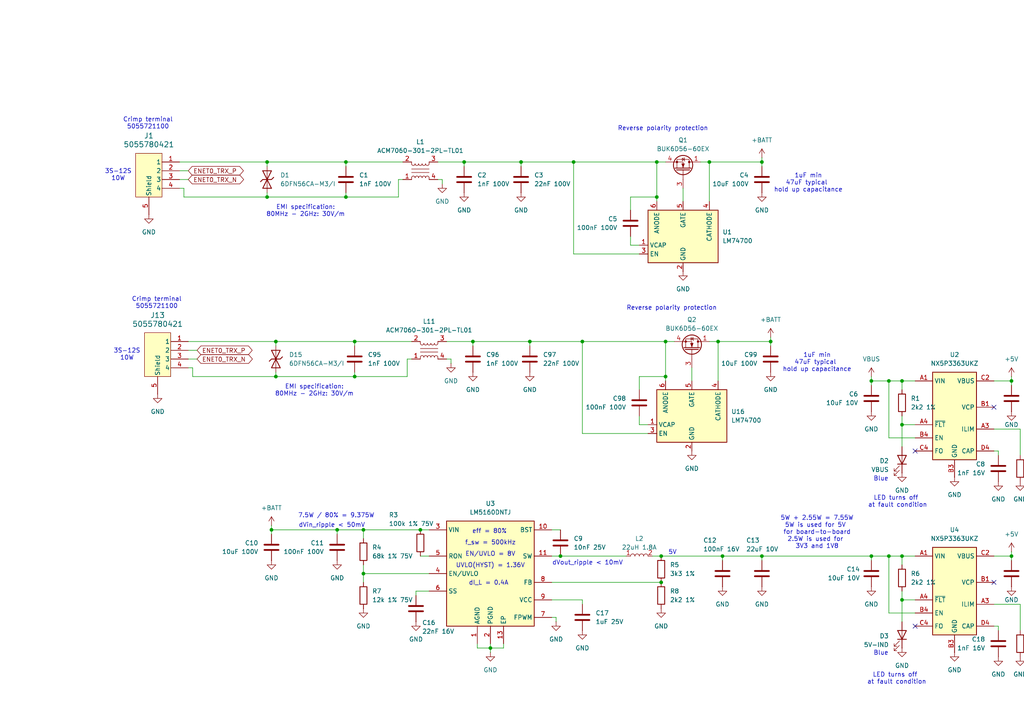
<source format=kicad_sch>
(kicad_sch (version 20250114) (generator "eeschema") (generator_version "9.0")
  (paper "A4")
  (title_block (title "MR-T1-EAP Adapter") (date "2025-08-28") (rev "X0") (company "NXP SEMICONDUCTORS B.V.") (comment 1 "Ethernet Adjacent Power Adapter") (comment 3 "DESIGNER: Iain Galloway") (comment 4 "CTO SYSTEM INNOVATIONS / MOBILE ROBOTICS DOMAIN"))
  (text "Blue" (at 255.524 138.938 0) (effects (font (size 1.27 1.27))))
  (text "Crimp terminal\n5055721100" (at 45.466 87.884 0) (effects (font (size 1.27 1.27))))
  (text "Reverse polarity protection" (at 194.818 89.408 0) (effects (font (size 1.27 1.27))))
  (text "200mA max" (at 249.174 230.378 0) (effects (font (size 1.27 1.27))))
  (text "dI_L = 0.4A" (at 141.732 169.164 0) (effects (font (size 1.27 1.27))))
  (text "0.36W" (at 250.698 228.092 0) (effects (font (size 1.27 1.27))))
  (text "500mA max" (at 178.562 230.886 0) (effects (font (size 1.27 1.27))))
  (text "3S-12S\n10W" (at 36.83 102.87 0) (effects (font (size 1.27 1.27))))
  (text "7.5W / 80% = 9.375W" (at 97.536 149.606 0) (effects (font (size 1.27 1.27))))
  (text "Blue" (at 261.112 250.698 0) (effects (font (size 1.27 1.27))))
  (text "eff = 90%" (at 127 237.998 0) (effects (font (size 1.27 1.27))))
  (text "EN/UVLO = 8V" (at 142.24 160.782 0) (effects (font (size 1.27 1.27))))
  (text "eff = 55%" (at 230.124 234.696 0) (effects (font (size 1.27 1.27))))
  (text "EMI specification:\n80MHz - 2GHz: 30V/m" (at 91.186 113.284 0) (effects (font (size 1.27 1.27))))
  (text "5V" (at 195.072 160.274 0) (effects (font (size 1.27 1.27))))
  (text "5W + 2.55W = 7.55W\n5W is used for 5V \nfor board-to-board\n2.5W is used for \n3V3 and 1V8" (at 236.982 154.432 0) (effects (font (size 1.27 1.27))))
  (text "Blue" (at 255.524 189.484 0) (effects (font (size 1.27 1.27))))
  (text "dVout_ripple < 10mV" (at 148.59 230.886 0) (effects (font (size 1.27 1.27))))
  (text "LED turns off \nat fault condition" (at 260.35 145.542 0) (effects (font (size 1.27 1.27))))
  (text "eff = 80%" (at 141.986 154.178 0) (effects (font (size 1.27 1.27))))
  (text "ILIM(typ) = 1640mA = 8.3W\nILIM(min) = 1505mA = 7.5W" (at 313.69 181.356 0) (effects (font (size 1.27 1.27))))
  (text "2.3W / 90% = 2.55W" (at 105.918 228.6 0) (effects (font (size 1.27 1.27))))
  (text "Crimp terminal\n5055721100" (at 42.926 35.814 0) (effects (font (size 1.27 1.27))))
  (text "dVout_ripple < 10mV" (at 170.434 163.322 0) (effects (font (size 1.27 1.27))))
  (text "UVLO(HYST) = 1.36V" (at 142.24 164.084 0) (effects (font (size 1.27 1.27))))
  (text "1uF min\n47uF typical \nhold up capacitance" (at 234.442 53.086 0) (effects (font (size 1.27 1.27))))
  (text "1.65W + 0.65W = 2.3W" (at 184.404 228.6 0) (effects (font (size 1.27 1.27))))
  (text "ILIM is set higher \nthan 1.5A to prevent \nshutdown at current \nspikes" (at 310.388 155.194 0) (effects (font (size 1.27 1.27))))
  (text "Blue" (at 193.802 250.444 0) (effects (font (size 1.27 1.27))))
  (text "3S-12S\n10W" (at 34.29 50.8 0) (effects (font (size 1.27 1.27))))
  (text "1uF min\n47uF typical \nhold up capacitance" (at 236.982 105.156 0) (effects (font (size 1.27 1.27))))
  (text "dVin_ripple < 50mV" (at 96.266 152.4 0) (effects (font (size 1.27 1.27))))
  (text "EMI specification:\n80MHz - 2GHz: 30V/m" (at 88.646 61.214 0) (effects (font (size 1.27 1.27))))
  (text "Reverse polarity protection" (at 192.278 37.338 0) (effects (font (size 1.27 1.27))))
  (text "0.65W" (at 217.678 230.124 0) (effects (font (size 1.27 1.27))))
  (text "LED turns off \nat fault condition" (at 260.096 196.85 0) (effects (font (size 1.27 1.27))))
  (text "ILIM(typ) = 1640mA = 8.3W\nILIM(min) = 1505mA = 7.5W" (at 313.69 130.556 0) (effects (font (size 1.27 1.27))))
  (text "f_sw = 500kHz" (at 142.24 157.48 0) (effects (font (size 1.27 1.27))))
  (text "dVin_ripple < 10mV" (at 105.918 230.886 0) (effects (font (size 1.27 1.27))))
  (junction (at 139.7 242.57))
  (junction (at 153.67 232.41))
  (junction (at 139.7 232.41))
  (junction (at 80.01 109.22))
  (junction (at 171.45 232.41))
  (junction (at 78.74 232.41))
  (junction (at 78.74 153.67))
  (junction (at 191.77 161.29))
  (junction (at 142.24 187.96))
  (junction (at 257.81 161.29))
  (junction (at 105.41 153.67))
  (junction (at 261.62 110.49))
  (junction (at 261.62 173.99))
  (junction (at 191.77 168.91))
  (junction (at 190.5 57.15))
  (junction (at 80.01 99.06))
  (junction (at 257.81 110.49))
  (junction (at 121.92 153.67))
  (junction (at 168.91 99.06))
  (junction (at 220.98 161.29))
  (junction (at 153.67 99.06))
  (junction (at 293.37 110.49))
  (junction (at 223.52 99.06))
  (junction (at 293.37 161.29))
  (junction (at 193.04 99.06))
  (junction (at 111.76 232.41))
  (junction (at 261.62 161.29))
  (junction (at 229.87 243.84))
  (junction (at 102.87 109.22))
  (junction (at 134.62 46.99))
  (junction (at 100.33 46.99))
  (junction (at 218.44 232.41))
  (junction (at 77.47 46.99))
  (junction (at 193.04 109.22))
  (junction (at 220.98 46.99))
  (junction (at 137.16 99.06))
  (junction (at 139.7 252.73))
  (junction (at 162.56 161.29))
  (junction (at 252.73 161.29))
  (junction (at 151.13 46.99))
  (junction (at 95.25 232.41))
  (junction (at 213.36 232.41))
  (junction (at 261.62 123.19))
  (junction (at 102.87 99.06))
  (junction (at 100.33 57.15))
  (junction (at 241.3 232.41))
  (junction (at 105.41 166.37))
  (junction (at 209.55 161.29))
  (junction (at 77.47 57.15))
  (junction (at 252.73 110.49))
  (junction (at 208.28 99.06))
  (junction (at 166.37 46.99))
  (junction (at 205.74 46.99))
  (junction (at 190.5 46.99))
  (junction (at 97.79 153.67))
  (no_connect (at 288.29 118.11))
  (no_connect (at 116.84 252.73))
  (no_connect (at 265.43 130.81))
  (no_connect (at 265.43 181.61))
  (no_connect (at 288.29 168.91))
  (wire (pts (xy 160.02 168.91) (xy 191.77 168.91)))
  (wire (pts (xy 205.74 46.99) (xy 203.2 46.99)))
  (wire (pts (xy 213.36 233.68) (xy 213.36 232.41)))
  (wire (pts (xy 209.55 162.56) (xy 209.55 161.29)))
  (wire (pts (xy 293.37 110.49) (xy 293.37 111.76)))
  (wire (pts (xy 168.91 175.26) (xy 168.91 173.99)))
  (wire (pts (xy 257.81 127) (xy 257.81 110.49)))
  (wire (pts (xy 78.74 231.14) (xy 78.74 232.41)))
  (wire (pts (xy 220.98 161.29) (xy 220.98 162.56)))
  (wire (pts (xy 190.5 57.15) (xy 190.5 58.42)))
  (wire (pts (xy 139.7 233.68) (xy 139.7 232.41)))
  (wire (pts (xy 95.25 232.41) (xy 111.76 232.41)))
  (wire (pts (xy 200.66 106.68) (xy 200.66 110.49)))
  (wire (pts (xy 193.04 99.06) (xy 193.04 109.22)))
  (wire (pts (xy 95.25 232.41) (xy 95.25 233.68)))
  (wire (pts (xy 252.73 109.22) (xy 252.73 110.49)))
  (wire (pts (xy 142.24 187.96) (xy 146.05 187.96)))
  (wire (pts (xy 185.42 113.03) (xy 185.42 109.22)))
  (wire (pts (xy 257.81 161.29) (xy 261.62 161.29)))
  (wire (pts (xy 187.96 233.68) (xy 187.96 232.41)))
  (wire (pts (xy 139.7 252.73) (xy 139.7 254)))
  (wire (pts (xy 80.01 99.06) (xy 80.01 100.33)))
  (wire (pts (xy 229.87 243.84) (xy 234.95 243.84)))
  (wire (pts (xy 220.98 45.72) (xy 220.98 46.99)))
  (wire (pts (xy 295.91 132.08) (xy 295.91 124.46)))
  (wire (pts (xy 166.37 46.99) (xy 190.5 46.99)))
  (wire (pts (xy 261.62 123.19) (xy 265.43 123.19)))
  (wire (pts (xy 100.33 46.99) (xy 100.33 48.26)))
  (wire (pts (xy 127 46.99) (xy 134.62 46.99)))
  (wire (pts (xy 102.87 99.06) (xy 102.87 100.33)))
  (wire (pts (xy 162.56 161.29) (xy 181.61 161.29)))
  (wire (pts (xy 265.43 177.8) (xy 257.81 177.8)))
  (wire (pts (xy 111.76 232.41) (xy 111.76 233.68)))
  (wire (pts (xy 78.74 152.4) (xy 78.74 153.67)))
  (wire (pts (xy 100.33 46.99) (xy 116.84 46.99)))
  (wire (pts (xy 130.81 104.14) (xy 129.54 104.14)))
  (wire (pts (xy 295.91 182.88) (xy 295.91 175.26)))
  (wire (pts (xy 137.16 252.73) (xy 139.7 252.73)))
  (wire (pts (xy 261.62 113.03) (xy 261.62 110.49)))
  (wire (pts (xy 151.13 48.26) (xy 151.13 46.99)))
  (wire (pts (xy 142.24 187.96) (xy 142.24 189.23)))
  (wire (pts (xy 293.37 161.29) (xy 293.37 162.56)))
  (wire (pts (xy 219.71 237.49) (xy 218.44 237.49)))
  (wire (pts (xy 77.47 46.99) (xy 77.47 48.26)))
  (wire (pts (xy 134.62 46.99) (xy 134.62 48.26)))
  (wire (pts (xy 100.33 57.15) (xy 115.57 57.15)))
  (wire (pts (xy 129.54 99.06) (xy 137.16 99.06)))
  (wire (pts (xy 223.52 100.33) (xy 223.52 99.06)))
  (wire (pts (xy 121.92 153.67) (xy 124.46 153.67)))
  (wire (pts (xy 191.77 161.29) (xy 209.55 161.29)))
  (wire (pts (xy 182.88 60.96) (xy 182.88 57.15)))
  (wire (pts (xy 138.43 187.96) (xy 142.24 187.96)))
  (wire (pts (xy 134.62 46.99) (xy 151.13 46.99)))
  (wire (pts (xy 168.91 173.99) (xy 160.02 173.99)))
  (wire (pts (xy 190.5 46.99) (xy 190.5 57.15)))
  (wire (pts (xy 205.74 58.42) (xy 205.74 46.99)))
  (wire (pts (xy 80.01 107.95) (xy 80.01 109.22)))
  (wire (pts (xy 121.92 161.29) (xy 124.46 161.29)))
  (wire (pts (xy 146.05 186.69) (xy 146.05 187.96)))
  (wire (pts (xy 257.81 177.8) (xy 257.81 161.29)))
  (wire (pts (xy 252.73 161.29) (xy 252.73 162.56)))
  (wire (pts (xy 234.95 243.84) (xy 234.95 242.57)))
  (wire (pts (xy 137.16 242.57) (xy 139.7 242.57)))
  (wire (pts (xy 293.37 160.02) (xy 293.37 161.29)))
  (wire (pts (xy 77.47 46.99) (xy 100.33 46.99)))
  (wire (pts (xy 102.87 107.95) (xy 102.87 109.22)))
  (wire (pts (xy 261.62 123.19) (xy 261.62 129.54)))
  (wire (pts (xy 261.62 171.45) (xy 261.62 173.99)))
  (wire (pts (xy 80.01 109.22) (xy 102.87 109.22)))
  (wire (pts (xy 208.28 99.06) (xy 223.52 99.06)))
  (wire (pts (xy 223.52 97.79) (xy 223.52 99.06)))
  (wire (pts (xy 160.02 161.29) (xy 162.56 161.29)))
  (wire (pts (xy 252.73 110.49) (xy 257.81 110.49)))
  (wire (pts (xy 111.76 241.3) (xy 111.76 242.57)))
  (wire (pts (xy 105.41 156.21) (xy 105.41 153.67)))
  (wire (pts (xy 53.34 54.61) (xy 52.07 54.61)))
  (wire (pts (xy 115.57 52.07) (xy 116.84 52.07)))
  (wire (pts (xy 187.96 232.41) (xy 171.45 232.41)))
  (wire (pts (xy 77.47 55.88) (xy 77.47 57.15)))
  (wire (pts (xy 161.29 179.07) (xy 160.02 179.07)))
  (wire (pts (xy 137.16 99.06) (xy 153.67 99.06)))
  (wire (pts (xy 220.98 161.29) (xy 252.73 161.29)))
  (wire (pts (xy 208.28 99.06) (xy 205.74 99.06)))
  (wire (pts (xy 288.29 161.29) (xy 293.37 161.29)))
  (wire (pts (xy 153.67 232.41) (xy 171.45 232.41)))
  (wire (pts (xy 78.74 232.41) (xy 95.25 232.41)))
  (wire (pts (xy 105.41 166.37) (xy 105.41 168.91)))
  (wire (pts (xy 213.36 231.14) (xy 213.36 232.41)))
  (wire (pts (xy 102.87 109.22) (xy 118.11 109.22)))
  (wire (pts (xy 289.56 182.88) (xy 289.56 181.61)))
  (wire (pts (xy 182.88 71.12) (xy 182.88 68.58)))
  (wire (pts (xy 57.15 104.14) (xy 54.61 104.14)))
  (wire (pts (xy 198.12 54.61) (xy 198.12 58.42)))
  (wire (pts (xy 295.91 175.26) (xy 288.29 175.26)))
  (wire (pts (xy 54.61 49.53) (xy 52.07 49.53)))
  (wire (pts (xy 289.56 181.61) (xy 288.29 181.61)))
  (wire (pts (xy 78.74 153.67) (xy 97.79 153.67)))
  (wire (pts (xy 261.62 173.99) (xy 265.43 173.99)))
  (wire (pts (xy 187.96 125.73) (xy 168.91 125.73)))
  (wire (pts (xy 111.76 232.41) (xy 116.84 232.41)))
  (wire (pts (xy 241.3 231.14) (xy 241.3 232.41)))
  (wire (pts (xy 166.37 73.66) (xy 166.37 46.99)))
  (wire (pts (xy 137.16 99.06) (xy 137.16 100.33)))
  (wire (pts (xy 218.44 232.41) (xy 219.71 232.41)))
  (wire (pts (xy 55.88 106.68) (xy 55.88 109.22)))
  (wire (pts (xy 139.7 232.41) (xy 137.16 232.41)))
  (wire (pts (xy 116.84 242.57) (xy 111.76 242.57)))
  (wire (pts (xy 241.3 232.41) (xy 255.27 232.41)))
  (wire (pts (xy 257.81 110.49) (xy 261.62 110.49)))
  (wire (pts (xy 240.03 232.41) (xy 241.3 232.41)))
  (wire (pts (xy 261.62 161.29) (xy 265.43 161.29)))
  (wire (pts (xy 80.01 99.06) (xy 102.87 99.06)))
  (wire (pts (xy 128.27 52.07) (xy 127 52.07)))
  (wire (pts (xy 142.24 186.69) (xy 142.24 187.96)))
  (wire (pts (xy 115.57 52.07) (xy 115.57 57.15)))
  (wire (pts (xy 185.42 73.66) (xy 166.37 73.66)))
  (wire (pts (xy 255.27 232.41) (xy 255.27 233.68)))
  (wire (pts (xy 195.58 99.06) (xy 193.04 99.06)))
  (wire (pts (xy 57.15 101.6) (xy 54.61 101.6)))
  (wire (pts (xy 102.87 99.06) (xy 119.38 99.06)))
  (wire (pts (xy 171.45 232.41) (xy 171.45 233.68)))
  (wire (pts (xy 220.98 48.26) (xy 220.98 46.99)))
  (wire (pts (xy 77.47 57.15) (xy 100.33 57.15)))
  (wire (pts (xy 193.04 109.22) (xy 193.04 110.49)))
  (wire (pts (xy 213.36 232.41) (xy 218.44 232.41)))
  (wire (pts (xy 252.73 110.49) (xy 252.73 111.76)))
  (wire (pts (xy 118.11 104.14) (xy 119.38 104.14)))
  (wire (pts (xy 205.74 46.99) (xy 220.98 46.99)))
  (wire (pts (xy 151.13 46.99) (xy 166.37 46.99)))
  (wire (pts (xy 171.45 231.14) (xy 171.45 232.41)))
  (wire (pts (xy 160.02 153.67) (xy 162.56 153.67)))
  (wire (pts (xy 78.74 153.67) (xy 78.74 154.94)))
  (wire (pts (xy 139.7 252.73) (xy 139.7 251.46)))
  (wire (pts (xy 120.65 171.45) (xy 124.46 171.45)))
  (wire (pts (xy 105.41 166.37) (xy 105.41 163.83)))
  (wire (pts (xy 208.28 110.49) (xy 208.28 99.06)))
  (wire (pts (xy 138.43 187.96) (xy 138.43 186.69)))
  (wire (pts (xy 130.81 105.41) (xy 130.81 104.14)))
  (wire (pts (xy 189.23 161.29) (xy 191.77 161.29)))
  (wire (pts (xy 241.3 232.41) (xy 241.3 233.68)))
  (wire (pts (xy 185.42 123.19) (xy 185.42 120.65)))
  (wire (pts (xy 218.44 237.49) (xy 218.44 232.41)))
  (wire (pts (xy 55.88 106.68) (xy 54.61 106.68)))
  (wire (pts (xy 265.43 127) (xy 257.81 127)))
  (wire (pts (xy 289.56 132.08) (xy 289.56 130.81)))
  (wire (pts (xy 54.61 52.07) (xy 52.07 52.07)))
  (wire (pts (xy 53.34 57.15) (xy 77.47 57.15)))
  (wire (pts (xy 193.04 46.99) (xy 190.5 46.99)))
  (wire (pts (xy 161.29 180.34) (xy 161.29 179.07)))
  (wire (pts (xy 105.41 166.37) (xy 124.46 166.37)))
  (wire (pts (xy 105.41 153.67) (xy 121.92 153.67)))
  (wire (pts (xy 209.55 161.29) (xy 220.98 161.29)))
  (wire (pts (xy 289.56 130.81) (xy 288.29 130.81)))
  (wire (pts (xy 168.91 125.73) (xy 168.91 99.06)))
  (wire (pts (xy 229.87 243.84) (xy 229.87 245.11)))
  (wire (pts (xy 261.62 163.83) (xy 261.62 161.29)))
  (wire (pts (xy 139.7 232.41) (xy 153.67 232.41)))
  (wire (pts (xy 261.62 173.99) (xy 261.62 180.34)))
  (wire (pts (xy 185.42 109.22) (xy 193.04 109.22)))
  (wire (pts (xy 128.27 53.34) (xy 128.27 52.07)))
  (wire (pts (xy 139.7 243.84) (xy 139.7 242.57)))
  (wire (pts (xy 295.91 124.46) (xy 288.29 124.46)))
  (wire (pts (xy 252.73 161.29) (xy 257.81 161.29)))
  (wire (pts (xy 229.87 242.57) (xy 229.87 243.84)))
  (wire (pts (xy 261.62 110.49) (xy 265.43 110.49)))
  (wire (pts (xy 153.67 99.06) (xy 168.91 99.06)))
  (wire (pts (xy 55.88 109.22) (xy 80.01 109.22)))
  (wire (pts (xy 52.07 46.99) (xy 77.47 46.99)))
  (wire (pts (xy 118.11 104.14) (xy 118.11 109.22)))
  (wire (pts (xy 53.34 54.61) (xy 53.34 57.15)))
  (wire (pts (xy 100.33 55.88) (xy 100.33 57.15)))
  (wire (pts (xy 97.79 153.67) (xy 97.79 154.94)))
  (wire (pts (xy 168.91 99.06) (xy 193.04 99.06)))
  (wire (pts (xy 261.62 120.65) (xy 261.62 123.19)))
  (wire (pts (xy 120.65 172.72) (xy 120.65 171.45)))
  (wire (pts (xy 288.29 110.49) (xy 293.37 110.49)))
  (wire (pts (xy 187.96 123.19) (xy 185.42 123.19)))
  (wire (pts (xy 182.88 57.15) (xy 190.5 57.15)))
  (wire (pts (xy 153.67 100.33) (xy 153.67 99.06)))
  (wire (pts (xy 97.79 153.67) (xy 105.41 153.67)))
  (wire (pts (xy 54.61 99.06) (xy 80.01 99.06)))
  (wire (pts (xy 78.74 233.68) (xy 78.74 232.41)))
  (wire (pts (xy 185.42 71.12) (xy 182.88 71.12)))
  (wire (pts (xy 293.37 109.22) (xy 293.37 110.49)))
  (wire (pts (xy 153.67 232.41) (xy 153.67 233.68)))
  (wire (pts (xy 139.7 242.57) (xy 139.7 241.3)))
  (global_label "ENET0_TRX_P" (shape bidirectional) (at 57.15 101.6 0) (property "Intersheetrefs" "${INTERSHEET_REFS}" (at 73.7044 101.6 0) (effects (justify left))))
  (global_label "ENET0_TRX_N" (shape bidirectional) (at 54.61 52.07 0) (property "Intersheetrefs" "${INTERSHEET_REFS}" (at 71.2249 52.07 0) (effects (justify left))))
  (global_label "ENET0_TRX_P" (shape bidirectional) (at 54.61 49.53 0) (property "Intersheetrefs" "${INTERSHEET_REFS}" (at 71.1644 49.53 0) (effects (justify left))))
  (global_label "ENET0_TRX_N" (shape bidirectional) (at 57.15 104.14 0) (property "Intersheetrefs" "${INTERSHEET_REFS}" (at 73.7649 104.14 0) (effects (justify left))))
  (symbol (lib_id "power:GND") (at 220.98 55.88 0) (unit 1)
    (property "Reference" "#PWR05" (effects (hide yes)))
    (property "Value" "GND" (at 220.98 60.96 0))
    (property "Description" "Power symbol creates a global label with name \"GND\" , ground" (effects (hide yes)))
  )
  (symbol (lib_id "Device:LED") (at 187.96 245.11 90) (unit 1)
    (property "Reference" "D4" (at 191.77 245.4274 90) (effects (justify right)))
    (property "Value" "3V3-IND" (at 191.77 247.9674 90) (effects (justify right)))
    (property "Footprint" "LED_SMD:LED_0402_1005Metric" (effects (hide yes)))
    (property "Description" "Light emitting diode" (effects (hide yes)))
    (property "MF" "Kingbright" (effects (hide yes)))
    (property "MFPN" "APHHS1005QBC/D" (effects (hide yes)))
    (property "DigiKey" "754-1504-1-ND" (effects (hide yes)))
    (property "JLCPCB" "C2853064" (effects (hide yes)))
  )
  (symbol (lib_id "power:+5V") (at 293.37 109.22 0) (unit 1)
    (property "Reference" "#PWR09" (effects (hide yes)))
    (property "Value" "+5V" (at 293.37 104.14 0))
    (property "Description" "Power symbol creates a global label with name \"+5V\"" (effects (hide yes)))
  )
  (symbol (lib_id "power:+3V3") (at 171.45 231.14 0) (unit 1)
    (property "Reference" "#PWR035" (effects (hide yes)))
    (property "Value" "+3V3" (at 171.45 226.06 0))
    (property "Description" "Power symbol creates a global label with name \"+3V3\"" (effects (hide yes)))
  )
  (symbol (lib_id "power:GND") (at 139.7 254 0) (unit 1)
    (property "Reference" "#PWR047" (effects (hide yes)))
    (property "Value" "GND" (at 139.7 259.08 0))
    (property "Description" "Power symbol creates a global label with name \"GND\" , ground" (effects (hide yes)))
  )
  (symbol (lib_id "power:GND") (at 78.74 241.3 0) (unit 1)
    (property "Reference" "#PWR038" (effects (hide yes)))
    (property "Value" "GND" (at 78.74 246.38 0))
    (property "Description" "Power symbol creates a global label with name \"GND\" , ground" (effects (hide yes)))
  )
  (symbol (lib_id "power:GND") (at 151.13 55.88 0) (unit 1)
    (property "Reference" "#PWR04" (effects (hide yes)))
    (property "Value" "GND" (at 151.13 60.96 0))
    (property "Description" "Power symbol creates a global label with name \"GND\" , ground" (effects (hide yes)))
  )
  (symbol (lib_id "power:GND") (at 261.62 137.16 0) (unit 1)
    (property "Reference" "#PWR012" (effects (hide yes)))
    (property "Value" "GND" (at 261.62 142.24 0))
    (property "Description" "Power symbol creates a global label with name \"GND\" , ground" (effects (hide yes)))
  )
  (symbol (lib_id "power:GND") (at 97.79 162.56 0) (unit 1)
    (property "Reference" "#PWR019" (effects (hide yes)))
    (property "Value" "GND" (at 97.79 167.64 0))
    (property "Description" "Power symbol creates a global label with name \"GND\" , ground" (effects (hide yes)))
  )
  (symbol (lib_id "power:GND") (at 295.91 139.7 0) (unit 1)
    (property "Reference" "#PWR015" (effects (hide yes)))
    (property "Value" "GND" (at 295.91 144.78 0))
    (property "Description" "Power symbol creates a global label with name \"GND\" , ground" (effects (hide yes)))
  )
  (symbol (lib_name "BUK6D56-60EX_1") (lib_id "MOSFETs:BUK6D56-60EX") (at 200.66 106.68 270) (mirror x) (unit 1)
    (property "Reference" "Q2" (at 200.66 92.71 90))
    (property "Value" "BUK6D56-60EX" (at 200.66 95.25 90))
    (property "Footprint" "MOSFETs:BUK6D5660EX" (effects (hide yes)))
    (property "Datasheet" "https://assets.nexperia.com/documents/data-sheet/BUK6D56-60E.pdf" (effects (hide yes)))
    (property "Description" "N-Channel 60 V 4A (Ta), 11A (Tc) 2W (Ta), 15W (Tc) Surface Mount DFN2020MD-6, MOSFET N-CH 60V 4A/11A 6DFN" (effects (hide yes)))
    (property "MF" "Nexperia" (effects (hide yes)))
    (property "MFPN" "BUK6D56-60EX" (effects (hide yes)))
    (property "JLCPCB" "C549796" (effects (hide yes)))
    (property "DigiKey" "1727-8676-1-ND " (effects (hide yes)))
  )
  (symbol (lib_id "Capacitors:GRM1885C2A102JA01D") (at 134.62 52.07 0) (unit 1)
    (property "Reference" "C2" (at 138.43 50.7999 0) (effects (justify left)))
    (property "Value" "1nF 100V" (at 138.43 53.3399 0) (effects (justify left)))
    (property "Footprint" "Capacitor_SMD:C_0402_1005Metric" (effects (hide yes)))
    (property "Datasheet" "https://search.murata.co.jp/Ceramy/image/img/A01X/G101/ENG/GRM1885C2A102JA01-01.pdf" (effects (hide yes)))
    (property "Description" "CAP CER 1000PF 100V C0G/NP0 0603" (effects (hide yes)))
    (property "MF" "Murata Electronics" (effects (hide yes)))
    (property "MFPN" "GCM155R72A102KA37D" (effects (hide yes)))
    (property "JLCPCB" "C126538" (effects (hide yes)))
    (property "DigiKey" "490-4764-1-ND " (effects (hide yes)))
  )
  (symbol (lib_id "power:GND") (at 289.56 139.7 0) (unit 1)
    (property "Reference" "#PWR014" (effects (hide yes)))
    (property "Value" "GND" (at 289.56 144.78 0))
    (property "Description" "Power symbol creates a global label with name \"GND\" , ground" (effects (hide yes)))
  )
  (symbol (lib_id "power:GND") (at 255.27 248.92 0) (unit 1)
    (property "Reference" "#PWR046" (effects (hide yes)))
    (property "Value" "GND" (at 255.27 254 0))
    (property "Description" "Power symbol creates a global label with name \"GND\" , ground" (effects (hide yes)))
  )
  (symbol (lib_id "power:+BATT") (at 223.52 97.79 0) (unit 1)
    (property "Reference" "#PWR0245" (effects (hide yes)))
    (property "Value" "+BATT" (at 223.52 92.71 0))
    (property "Description" "Power symbol creates a global label with name \"+BATT\"" (effects (hide yes)))
  )
  (symbol (lib_id "Capacitors:GRM1885C2A102JA01D") (at 102.87 104.14 0) (unit 1)
    (property "Reference" "C95" (at 106.68 102.8699 0) (effects (justify left)))
    (property "Value" "1nF 100V" (at 106.68 105.4099 0) (effects (justify left)))
    (property "Footprint" "Capacitor_SMD:C_0402_1005Metric" (effects (hide yes)))
    (property "Datasheet" "https://search.murata.co.jp/Ceramy/image/img/A01X/G101/ENG/GRM1885C2A102JA01-01.pdf" (effects (hide yes)))
    (property "Description" "CAP CER 1000PF 100V C0G/NP0 0603" (effects (hide yes)))
    (property "MF" "Murata Electronics" (effects (hide yes)))
    (property "MFPN" "GCM155R72A102KA37D" (effects (hide yes)))
    (property "JLCPCB" "C126538" (effects (hide yes)))
    (property "DigiKey" "490-4764-1-ND " (effects (hide yes)))
  )
  (symbol (lib_id "Device:R") (at 121.92 157.48 0) (unit 1)
    (property "Reference" "R3" (at 112.776 149.352 0) (effects (justify left)))
    (property "Value" "100k 1% 75V" (at 112.776 151.892 0) (effects (justify left)))
    (property "Footprint" "Resistor_SMD:R_0603_1608Metric" (effects (hide yes)))
    (property "Description" "Resistor" (effects (hide yes)))
    (property "MF" "YAGEO" (effects (hide yes)))
    (property "MFPN" "AC0603FR-07100KL" (effects (hide yes)))
    (property "DigiKey" "311-100KLDCT-ND" (effects (hide yes)))
    (property "JLCPCB" "C116674" (effects (hide yes)))
  )
  (symbol (lib_id "power:GND") (at 276.86 189.23 0) (unit 1)
    (property "Reference" "#PWR031" (effects (hide yes)))
    (property "Value" "GND" (at 276.86 194.31 0))
    (property "Description" "Power symbol creates a global label with name \"GND\" , ground" (effects (hide yes)))
  )
  (symbol (lib_id "Device:C") (at 171.45 237.49 0) (unit 1)
    (property "Reference" "C22" (at 175.26 236.2199 0) (effects (justify left)))
    (property "Value" "10uF 10V" (at 175.26 238.7599 0) (effects (justify left)))
    (property "Footprint" "Capacitor_SMD:C_0805_2012Metric" (effects (hide yes)))
    (property "Description" "Unpolarized capacitor" (effects (hide yes)))
    (property "MF" "Murata Electronics" (effects (hide yes)))
    (property "MFPN" "GRM21BR71A106KA73L" (effects (hide yes)))
    (property "DigiKey" "490-10516-1-ND" (effects (hide yes)))
    (property "JLCPCB" "C117956" (effects (hide yes)))
  )
  (symbol (lib_id "Device:C") (at 223.52 104.14 0) (mirror x) (unit 1)
    (property "Reference" "C99" (at 219.71 102.8699 0) (effects (justify right)))
    (property "Value" "10uF 100V" (at 219.71 105.4099 0) (effects (justify right)))
    (property "Footprint" "Capacitor_SMD:C_1210_3225Metric" (effects (hide yes)))
    (property "Description" "Unpolarized capacitor" (effects (hide yes)))
    (property "MF" "Murata Electronics" (effects (hide yes)))
    (property "MFPN" "GRM32EC72A106KE05L" (effects (hide yes)))
    (property "DigiKey" "490-16266-1-ND" (effects (hide yes)))
    (property "JLCPCB" "C576517" (effects (hide yes)))
  )
  (symbol (lib_id "Device:R") (at 255.27 237.49 0) (unit 1)
    (property "Reference" "R13" (at 257.81 236.2199 0) (effects (justify left)))
    (property "Value" "1k" (at 257.81 238.7599 0) (effects (justify left)))
    (property "Footprint" "Resistor_SMD:R_0402_1005Metric" (effects (hide yes)))
    (property "Description" "Resistor" (effects (hide yes)))
    (property "MF" "YAGEO" (effects (hide yes)))
    (property "MFPN" "AC0402FR-071KL" (effects (hide yes)))
    (property "DigiKey" "311-1KLBCT-ND" (effects (hide yes)))
    (property "JLCPCB" "C144789" (effects (hide yes)))
  )
  (symbol (lib_id "Inductors:ACM7060-301-2PL-TL01") (at 119.38 104.14 0) (mirror x) (unit 1)
    (property "Reference" "L11" (at 124.46 93.218 0))
    (property "Value" "ACM7060-301-2PL-TL01" (at 124.46 95.758 0))
    (property "Footprint" "Inductors:ACM70603012PLTL01" (effects (hide yes)))
    (property "Datasheet" "https://product.tdk.com/system/files/dam/doc/product/emc/emc/cmf_cmc/catalog/cmf_commercial_power_acm7060_en.pdf" (effects (hide yes)))
    (property "Description" "Common Mode Filters / Chokes, |Z|=300 at 100MHz, L x W x T :" (effects (hide yes)))
    (property "MF" "TDK Corporation" (effects (hide yes)))
    (property "MFPN" "ACM7060-301-2PL-TL01" (effects (hide yes)))
    (property "JLCPCB" "C76580" (effects (hide yes)))
    (property "DigiKey" "445-2214-1-ND " (effects (hide yes)))
  )
  (symbol (lib_id "Device:C") (at 153.67 237.49 0) (unit 1)
    (property "Reference" "C21" (at 157.48 236.2199 0) (effects (justify left)))
    (property "Value" "100nF 16V" (at 157.48 238.7599 0) (effects (justify left)))
    (property "Footprint" "Capacitor_SMD:C_0402_1005Metric" (effects (hide yes)))
    (property "Description" "Unpolarized capacitor" (effects (hide yes)))
    (property "MF" "Murata Electronics" (effects (hide yes)))
    (property "MFPN" "GRM155R71C104KA88D" (effects (hide yes)))
    (property "DigiKey" "490-3261-1-ND" (effects (hide yes)))
    (property "JLCPCB" "C71629" (effects (hide yes)))
  )
  (symbol (lib_id "Device:R") (at 261.62 167.64 0) (unit 1)
    (property "Reference" "R6" (at 264.16 166.3699 0) (effects (justify left)))
    (property "Value" "2k2 1%" (at 264.16 168.9099 0) (effects (justify left)))
    (property "Footprint" "Resistor_SMD:R_0402_1005Metric" (effects (hide yes)))
    (property "Description" "Resistor" (effects (hide yes)))
    (property "MF" "YAGEO" (effects (hide yes)))
    (property "MFPN" "AC0402FR-072K2L" (effects (hide yes)))
    (property "DigiKey" "YAG3467CT-ND" (effects (hide yes)))
    (property "JLCPCB" "C144773" (effects (hide yes)))
  )
  (symbol (lib_id "power:VBUS") (at 252.73 109.22 0) (unit 1)
    (property "Reference" "#PWR08" (effects (hide yes)))
    (property "Value" "VBUS" (at 252.73 104.14 0))
    (property "Description" "Power symbol creates a global label with name \"VBUS\"" (effects (hide yes)))
  )
  (symbol (lib_id "Diodes:TVS-Bi,SMAJ43CA") (at 80.01 104.14 0) (unit 1)
    (property "Reference" "D15" (at 83.82 102.8699 0) (effects (justify left)))
    (property "Value" "6DFN56CA-M3/I" (at 83.82 105.4099 0) (effects (justify left)))
    (property "Footprint" "Diodes:DFN3820A" (effects (hide yes)))
    (property "Datasheet" "https://www.vishay.com/docs/98490/6dfn12cathru6dfn100ca.pdf" (effects (hide yes)))
    (property "Description" "TVS DIODE 47.8VWM 77VC DFN3820A" (effects (hide yes)))
    (property "MF" "Vishay" (effects (hide yes)))
    (property "MFPN" "6DFN56CA-M3/I" (effects (hide yes)))
    (property "DigiKey" "112-6DFN56CA-M3/ICT-ND" (effects (hide yes)))
    (property "JLCPCB" "-" (effects (hide yes)))
  )
  (symbol (lib_id "Power:NX5P3363UKZ") (at 265.43 161.29 0) (unit 1)
    (property "Reference" "U4" (at 276.86 153.67 0))
    (property "Value" "NX5P3363UKZ" (at 276.86 156.21 0))
    (property "Footprint" "NXP_BGA:BGA16C50P4X4_220X220X60" (effects (hide yes)))
    (property "Datasheet" "https://www.nxp.com/docs/en/data-sheet/NX5P3363UKZ.pdf" (effects (hide yes)))
    (property "Description" "Power Switch ICs - Power Distribution 5V Type-C Load Switch" (effects (hide yes)))
    (property "MF" "NXP USA Inc." (effects (hide yes)))
    (property "MFPN" "NX5P3363UKZ" (effects (hide yes)))
    (property "DigiKey" "568-13619-1-ND" (effects (hide yes)))
    (property "JLCPCB" "-" (effects (hide yes)))
  )
  (symbol (lib_id "power:GND") (at 252.73 170.18 0) (unit 1)
    (property "Reference" "#PWR022" (effects (hide yes)))
    (property "Value" "GND" (at 252.73 175.26 0))
    (property "Description" "Power symbol creates a global label with name \"GND\" , ground" (effects (hide yes)))
  )
  (symbol (lib_id "power:GND") (at 142.24 189.23 0) (unit 1)
    (property "Reference" "#PWR030" (effects (hide yes)))
    (property "Value" "GND" (at 142.24 194.31 0))
    (property "Description" "Power symbol creates a global label with name \"GND\" , ground" (effects (hide yes)))
  )
  (symbol (lib_id "power:GND") (at 295.91 190.5 0) (unit 1)
    (property "Reference" "#PWR033" (effects (hide yes)))
    (property "Value" "GND" (at 295.91 195.58 0))
    (property "Description" "Power symbol creates a global label with name \"GND\" , ground" (effects (hide yes)))
  )
  (symbol (lib_id "Diodes:TVS-Bi,SMAJ43CA") (at 77.47 52.07 0) (unit 1)
    (property "Reference" "D1" (at 81.28 50.7999 0) (effects (justify left)))
    (property "Value" "6DFN56CA-M3/I" (at 81.28 53.3399 0) (effects (justify left)))
    (property "Footprint" "Diodes:DFN3820A" (effects (hide yes)))
    (property "Datasheet" "https://www.vishay.com/docs/98490/6dfn12cathru6dfn100ca.pdf" (effects (hide yes)))
    (property "Description" "TVS DIODE 47.8VWM 77VC DFN3820A" (effects (hide yes)))
    (property "MF" "Vishay" (effects (hide yes)))
    (property "MFPN" "6DFN56CA-M3/I" (effects (hide yes)))
    (property "DigiKey" "112-6DFN56CA-M3/ICT-ND" (effects (hide yes)))
    (property "JLCPCB" "-" (effects (hide yes)))
  )
  (symbol (lib_id "Device:C") (at 95.25 237.49 0) (unit 1)
    (property "Reference" "C20" (at 99.06 236.2199 0) (effects (justify left)))
    (property "Value" "100nF 16V" (at 99.06 238.7599 0) (effects (justify left)))
    (property "Footprint" "Capacitor_SMD:C_0402_1005Metric" (effects (hide yes)))
    (property "Description" "Unpolarized capacitor" (effects (hide yes)))
    (property "MF" "Murata Electronics" (effects (hide yes)))
    (property "MFPN" "GRM155R71C104KA88D" (effects (hide yes)))
    (property "DigiKey" "490-3261-1-ND" (effects (hide yes)))
    (property "JLCPCB" "C71629" (effects (hide yes)))
  )
  (symbol (lib_id "Device:R") (at 191.77 172.72 0) (unit 1)
    (property "Reference" "R8" (at 194.31 171.4499 0) (effects (justify left)))
    (property "Value" "2k2 1%" (at 194.31 173.9899 0) (effects (justify left)))
    (property "Footprint" "Resistor_SMD:R_0402_1005Metric" (effects (hide yes)))
    (property "Description" "Resistor" (effects (hide yes)))
    (property "MF" "YAGEO" (effects (hide yes)))
    (property "MFPN" "AC0402FR-072K2L" (effects (hide yes)))
    (property "DigiKey" "YAG3467CT-ND" (effects (hide yes)))
    (property "JLCPCB" "C144773" (effects (hide yes)))
  )
  (symbol (lib_id "power:+3V3") (at 213.36 231.14 0) (unit 1)
    (property "Reference" "#PWR036" (effects (hide yes)))
    (property "Value" "+3V3" (at 213.36 226.06 0))
    (property "Description" "Power symbol creates a global label with name \"+3V3\"" (effects (hide yes)))
  )
  (symbol (lib_id "power:+5V") (at 78.74 231.14 0) (unit 1)
    (property "Reference" "#PWR034" (effects (hide yes)))
    (property "Value" "+5V" (at 78.74 226.06 0))
    (property "Description" "Power symbol creates a global label with name \"+5V\"" (effects (hide yes)))
  )
  (symbol (lib_id "Device:LED") (at 261.62 184.15 270) (mirror x) (unit 1)
    (property "Reference" "D3" (at 257.81 184.4674 90) (effects (justify right)))
    (property "Value" "5V-IND" (at 257.81 187.0074 90) (effects (justify right)))
    (property "Footprint" "LED_SMD:LED_0402_1005Metric" (effects (hide yes)))
    (property "Description" "Light emitting diode" (effects (hide yes)))
    (property "MF" "Kingbright" (effects (hide yes)))
    (property "MFPN" "APHHS1005QBC/D" (effects (hide yes)))
    (property "DigiKey" "754-1504-1-ND" (effects (hide yes)))
    (property "JLCPCB" "C2853064" (effects (hide yes)))
  )
  (symbol (lib_id "power:GND") (at 128.27 53.34 0) (unit 1)
    (property "Reference" "#PWR02" (effects (hide yes)))
    (property "Value" "GND" (at 128.27 58.42 0))
    (property "Description" "Power symbol creates a global label with name \"GND\" , ground" (effects (hide yes)))
  )
  (symbol (lib_id "Device:C") (at 151.13 52.07 180) (unit 1)
    (property "Reference" "C3" (at 154.94 50.7999 0) (effects (justify right)))
    (property "Value" "22nF 100V" (at 154.94 53.3399 0) (effects (justify right)))
    (property "Footprint" "Capacitor_SMD:C_0603_1608Metric" (effects (hide yes)))
    (property "Description" "Unpolarized capacitor" (effects (hide yes)))
    (property "MF" "YAGEO" (effects (hide yes)))
    (property "MFPN" "CC0603KRX7R0BB223" (effects (hide yes)))
    (property "JLCPCB" "C313105" (effects (hide yes)))
    (property "DigiKey" "311-1792-1-ND " (effects (hide yes)))
  )
  (symbol (lib_id "Device:C") (at 78.74 158.75 0) (mirror x) (unit 1)
    (property "Reference" "C10" (at 74.93 157.4799 0) (effects (justify right)))
    (property "Value" "10uF 100V" (at 74.93 160.0199 0) (effects (justify right)))
    (property "Footprint" "Capacitor_SMD:C_1210_3225Metric" (effects (hide yes)))
    (property "Description" "Unpolarized capacitor" (effects (hide yes)))
    (property "MF" "Murata Electronics" (effects (hide yes)))
    (property "MFPN" "GRM32EC72A106KE05L" (effects (hide yes)))
    (property "DigiKey" "490-16266-1-ND" (effects (hide yes)))
    (property "JLCPCB" "C576517" (effects (hide yes)))
  )
  (symbol (lib_id "power:GND") (at 220.98 170.18 0) (unit 1)
    (property "Reference" "#PWR021" (effects (hide yes)))
    (property "Value" "GND" (at 220.98 175.26 0))
    (property "Description" "Power symbol creates a global label with name \"GND\" , ground" (effects (hide yes)))
  )
  (symbol (lib_id "Device:C") (at 182.88 64.77 0) (mirror x) (unit 1)
    (property "Reference" "C5" (at 179.07 63.4999 0) (effects (justify right)))
    (property "Value" "100nF 100V" (at 179.07 66.0399 0) (effects (justify right)))
    (property "Footprint" "Capacitor_SMD:C_0603_1608Metric" (effects (hide yes)))
    (property "Description" "Unpolarized capacitor" (effects (hide yes)))
    (property "MF" "YAGEO" (effects (hide yes)))
    (property "MFPN" "CC0603KRX7R0BB104" (effects (hide yes)))
    (property "JLCPCB" "C113803" (effects (hide yes)))
    (property "DigiKey" "311-1523-1-ND " (effects (hide yes)))
  )
  (symbol (lib_id "Device:R") (at 139.7 247.65 0) (unit 1)
    (property "Reference" "R14" (at 142.24 246.3799 0) (effects (justify left)))
    (property "Value" "18k 1%" (at 142.24 248.9199 0) (effects (justify left)))
    (property "Footprint" "Resistor_SMD:R_0402_1005Metric" (effects (hide yes)))
    (property "Description" "Resistor" (effects (hide yes)))
    (property "MF" "YAGEO" (effects (hide yes)))
    (property "MFPN" "AC0402FR-0718KL" (effects (hide yes)))
    (property "DigiKey" "YAG3446CT-ND" (effects (hide yes)))
    (property "JLCPCB" "C226828" (effects (hide yes)))
  )
  (symbol (lib_id "Device:R") (at 139.7 237.49 0) (unit 1)
    (property "Reference" "R11" (at 142.24 236.2199 0) (effects (justify left)))
    (property "Value" "82k 1%" (at 142.24 238.7599 0) (effects (justify left)))
    (property "Footprint" "Resistor_SMD:R_0402_1005Metric" (effects (hide yes)))
    (property "Description" "Resistor" (effects (hide yes)))
    (property "MF" "YAGEO" (effects (hide yes)))
    (property "MFPN" "AC0402FR-0782KL" (effects (hide yes)))
    (property "DigiKey" "YAG5311CT-ND" (effects (hide yes)))
    (property "JLCPCB" "C144735" (effects (hide yes)))
  )
  (symbol (lib_id "power:GND") (at 293.37 170.18 0) (unit 1)
    (property "Reference" "#PWR023" (effects (hide yes)))
    (property "Value" "GND" (at 293.37 173.99 0))
    (property "Description" "Power symbol creates a global label with name \"GND\" , ground" (effects (hide yes)))
  )
  (symbol (lib_id "Inductors:ACM7060-301-2PL-TL01") (at 116.84 52.07 0) (mirror x) (unit 1)
    (property "Reference" "L1" (at 121.92 41.148 0))
    (property "Value" "ACM7060-301-2PL-TL01" (at 121.92 43.688 0))
    (property "Footprint" "Inductors:ACM70603012PLTL01" (effects (hide yes)))
    (property "Datasheet" "https://product.tdk.com/system/files/dam/doc/product/emc/emc/cmf_cmc/catalog/cmf_commercial_power_acm7060_en.pdf" (effects (hide yes)))
    (property "Description" "Common Mode Filters / Chokes, |Z|=300 at 100MHz, L x W x T :" (effects (hide yes)))
    (property "MF" "TDK Corporation" (effects (hide yes)))
    (property "MFPN" "ACM7060-301-2PL-TL01" (effects (hide yes)))
    (property "JLCPCB" "C76580" (effects (hide yes)))
    (property "DigiKey" "445-2214-1-ND " (effects (hide yes)))
  )
  (symbol (lib_id "power:GND") (at 198.12 78.74 0) (unit 1)
    (property "Reference" "#PWR07" (effects (hide yes)))
    (property "Value" "GND" (at 198.12 83.82 0))
    (property "Description" "Power symbol creates a global label with name \"GND\" , ground" (effects (hide yes)))
  )
  (symbol (lib_id "power:GND") (at 213.36 241.3 0) (unit 1)
    (property "Reference" "#PWR042" (effects (hide yes)))
    (property "Value" "GND" (at 213.36 246.38 0))
    (property "Description" "Power symbol creates a global label with name \"GND\" , ground" (effects (hide yes)))
  )
  (symbol (lib_id "Power_Management:LM74700") (at 200.66 120.65 0) (unit 1)
    (property "Reference" "U16" (at 212.09 119.3799 0) (effects (justify left)))
    (property "Value" "LM74700" (at 212.09 121.9199 0) (effects (justify left)))
    (property "Footprint" "Package_TO_SOT_SMD:SOT-23-6" (effects (hide yes)))
    (property "Datasheet" "http://www.ti.com/lit/gpn/LM74700-Q1" (effects (hide yes)))
    (property "Description" "Low Iq reverse battery protection ideal diode controller, SOT-23-6" (effects (hide yes)))
    (property "MF" "Texas Instruments" (effects (hide yes)))
    (property "MFPN" "LM74700QDBVRQ1" (effects (hide yes)))
    (property "JLCPCB" "C2941042" (effects (hide yes)))
    (property "DigiKey" "296-LM74700QDBVRQ1CT-ND " (effects (hide yes)))
  )
  (symbol (lib_id "Capacitors:GRM1885C2A102JA01D") (at 137.16 104.14 0) (unit 1)
    (property "Reference" "C96" (at 140.97 102.8699 0) (effects (justify left)))
    (property "Value" "1nF 100V" (at 140.97 105.4099 0) (effects (justify left)))
    (property "Footprint" "Capacitor_SMD:C_0402_1005Metric" (effects (hide yes)))
    (property "Datasheet" "https://search.murata.co.jp/Ceramy/image/img/A01X/G101/ENG/GRM1885C2A102JA01-01.pdf" (effects (hide yes)))
    (property "Description" "CAP CER 1000PF 100V C0G/NP0 0603" (effects (hide yes)))
    (property "MF" "Murata Electronics" (effects (hide yes)))
    (property "MFPN" "GCM155R72A102KA37D" (effects (hide yes)))
    (property "JLCPCB" "C126538" (effects (hide yes)))
    (property "DigiKey" "490-4764-1-ND " (effects (hide yes)))
  )
  (symbol (lib_id "power:GND") (at 252.73 119.38 0) (mirror y) (unit 1)
    (property "Reference" "#PWR010" (effects (hide yes)))
    (property "Value" "GND" (at 252.73 124.46 0))
    (property "Description" "Power symbol creates a global label with name \"GND\" , ground" (effects (hide yes)))
  )
  (symbol (lib_id "power:+BATT") (at 220.98 45.72 0) (unit 1)
    (property "Reference" "#PWR01" (effects (hide yes)))
    (property "Value" "+BATT" (at 220.98 40.64 0))
    (property "Description" "Power symbol creates a global label with name \"+BATT\"" (effects (hide yes)))
  )
  (symbol (lib_id "Device:LED") (at 255.27 245.11 90) (unit 1)
    (property "Reference" "D5" (at 259.08 245.4274 90) (effects (justify right)))
    (property "Value" "1V8-IND" (at 259.08 247.9674 90) (effects (justify right)))
    (property "Footprint" "LED_SMD:LED_0402_1005Metric" (effects (hide yes)))
    (property "Description" "Light emitting diode" (effects (hide yes)))
    (property "MF" "Kingbright" (effects (hide yes)))
    (property "MFPN" "APHHS1005QBC/D" (effects (hide yes)))
    (property "DigiKey" "754-1504-1-ND" (effects (hide yes)))
    (property "JLCPCB" "C2853064" (effects (hide yes)))
  )
  (symbol (lib_id "power:GND") (at 95.25 241.3 0) (unit 1)
    (property "Reference" "#PWR039" (effects (hide yes)))
    (property "Value" "GND" (at 95.25 246.38 0))
    (property "Description" "Power symbol creates a global label with name \"GND\" , ground" (effects (hide yes)))
  )
  (symbol (lib_id "power:GND") (at 191.77 176.53 0) (unit 1)
    (property "Reference" "#PWR025" (effects (hide yes)))
    (property "Value" "GND" (at 191.77 181.61 0))
    (property "Description" "Power symbol creates a global label with name \"GND\" , ground" (effects (hide yes)))
  )
  (symbol (lib_id "power:GND") (at 293.37 119.38 0) (unit 1)
    (property "Reference" "#PWR011" (effects (hide yes)))
    (property "Value" "GND" (at 293.37 123.19 0))
    (property "Description" "Power symbol creates a global label with name \"GND\" , ground" (effects (hide yes)))
  )
  (symbol (lib_id "power:GND") (at 200.66 130.81 0) (unit 1)
    (property "Reference" "#PWR0244" (effects (hide yes)))
    (property "Value" "GND" (at 200.66 135.89 0))
    (property "Description" "Power symbol creates a global label with name \"GND\" , ground" (effects (hide yes)))
  )
  (symbol (lib_id "power:GND") (at 43.18 62.23 0) (unit 1)
    (property "Reference" "#PWR06" (effects (hide yes)))
    (property "Value" "GND" (at 43.18 67.31 0))
    (property "Description" "Power symbol creates a global label with name \"GND\" , ground" (effects (hide yes)))
  )
  (symbol (lib_id "Inductors:VLS5045EX-330M-H") (at 189.23 161.29 90) (unit 1)
    (property "Reference" "L2" (at 185.42 156.21 90))
    (property "Value" "22uH 1.8A" (at 185.42 158.75 90))
    (property "Footprint" "Inductors:VLS5045EX330M" (effects (hide yes)))
    (property "Datasheet" "https://product.tdk.com/system/files/dam/doc/product/inductor/inductor/smd/catalog/inductor_automotive_power_vls5045ex-h_en.pdf" (effects (hide yes)))
    (property "Description" "FIXED IND 22UH 1.8A 162.5MOHM SM" (effects (hide yes)))
    (property "MF" "TDK Corporation" (effects (hide yes)))
    (property "MFPN" "VLS5045EX-220M-H" (effects (hide yes)))
    (property "DigiKey" "445-181623-1-ND" (effects (hide yes)))
    (property "JLCPCB" "-" (effects (hide yes)))
  )
  (symbol (lib_id "power:GND") (at 120.65 180.34 0) (unit 1)
    (property "Reference" "#PWR026" (effects (hide yes)))
    (property "Value" "GND" (at 120.65 185.42 0))
    (property "Description" "Power symbol creates a global label with name \"GND\" , ground" (effects (hide yes)))
  )
  (symbol (lib_id "Device:C") (at 78.74 237.49 0) (unit 1)
    (property "Reference" "C19" (at 82.55 236.2199 0) (effects (justify left)))
    (property "Value" "10uF 10V" (at 82.55 238.7599 0) (effects (justify left)))
    (property "Footprint" "Capacitor_SMD:C_0805_2012Metric" (effects (hide yes)))
    (property "Description" "Unpolarized capacitor" (effects (hide yes)))
    (property "MF" "Murata Electronics" (effects (hide yes)))
    (property "MFPN" "GRM21BR71A106KA73L" (effects (hide yes)))
    (property "DigiKey" "490-10516-1-ND" (effects (hide yes)))
    (property "JLCPCB" "C117956" (effects (hide yes)))
  )
  (symbol (lib_id "Device:C") (at 220.98 52.07 0) (mirror x) (unit 1)
    (property "Reference" "C4" (at 217.17 50.7999 0) (effects (justify right)))
    (property "Value" "10uF 100V" (at 217.17 53.3399 0) (effects (justify right)))
    (property "Footprint" "Capacitor_SMD:C_1210_3225Metric" (effects (hide yes)))
    (property "Description" "Unpolarized capacitor" (effects (hide yes)))
    (property "MF" "Murata Electronics" (effects (hide yes)))
    (property "MFPN" "GRM32EC72A106KE05L" (effects (hide yes)))
    (property "DigiKey" "490-16266-1-ND" (effects (hide yes)))
    (property "JLCPCB" "C576517" (effects (hide yes)))
  )
  (symbol (lib_id "power:GND") (at 153.67 241.3 0) (unit 1)
    (property "Reference" "#PWR040" (effects (hide yes)))
    (property "Value" "GND" (at 153.67 246.38 0))
    (property "Description" "Power symbol creates a global label with name \"GND\" , ground" (effects (hide yes)))
  )
  (symbol (lib_id "power:GND") (at 105.41 176.53 0) (unit 1)
    (property "Reference" "#PWR024" (effects (hide yes)))
    (property "Value" "GND" (at 105.41 181.61 0))
    (property "Description" "Power symbol creates a global label with name \"GND\" , ground" (effects (hide yes)))
  )
  (symbol (lib_id "Device:C") (at 185.42 116.84 0) (mirror x) (unit 1)
    (property "Reference" "C98" (at 181.61 115.5699 0) (effects (justify right)))
    (property "Value" "100nF 100V" (at 181.61 118.1099 0) (effects (justify right)))
    (property "Footprint" "Capacitor_SMD:C_0603_1608Metric" (effects (hide yes)))
    (property "Description" "Unpolarized capacitor" (effects (hide yes)))
    (property "MF" "YAGEO" (effects (hide yes)))
    (property "MFPN" "CC0603KRX7R0BB104" (effects (hide yes)))
    (property "JLCPCB" "C113803" (effects (hide yes)))
    (property "DigiKey" "311-1523-1-ND " (effects (hide yes)))
  )
  (symbol (lib_id "power:GND") (at 134.62 55.88 0) (unit 1)
    (property "Reference" "#PWR03" (effects (hide yes)))
    (property "Value" "GND" (at 134.62 60.96 0))
    (property "Description" "Power symbol creates a global label with name \"GND\" , ground" (effects (hide yes)))
  )
  (symbol (lib_id "Device:R") (at 105.41 160.02 0) (unit 1)
    (property "Reference" "R4" (at 107.95 158.7499 0) (effects (justify left)))
    (property "Value" "68k 1% 75V" (at 107.95 161.2899 0) (effects (justify left)))
    (property "Footprint" "Resistor_SMD:R_0603_1608Metric" (effects (hide yes)))
    (property "Description" "Resistor" (effects (hide yes)))
    (property "MF" "YAGEO" (effects (hide yes)))
    (property "MFPN" "AC0603FR-0768KL" (effects (hide yes)))
    (property "DigiKey" "YAG3625CT-ND" (effects (hide yes)))
    (property "JLCPCB" "C144641" (effects (hide yes)))
  )
  (symbol (lib_id "Connectors:5055780421") (at 54.61 99.06 0) (mirror y) (unit 1)
    (property "Reference" "J13" (at 45.72 91.44 0) (effects (font (size 1.524 1.524))))
    (property "Value" "5055780421" (at 45.72 93.98 0) (effects (font (size 1.524 1.524))))
    (property "Footprint" "Connectors:CONN_5055780421_MOL" (effects (hide yes)))
    (property "Datasheet" "https://www.molex.com/en-us/products/part-detail-pdf/5055780421?display=pdf" (effects (hide yes)))
    (property "Description" "2.00mm Pitch, Micro-Lock Plus PCB Header, Single Row, Right-Angle, Surface Mount, 0.38µm Gold Plating, Positive Lock, 4 Circuits, Low-Halogen, Black" (effects (hide yes)))
    (property "MF" "MOLEX" (effects (hide yes)))
    (property "MFPN" "5055780471" (effects (hide yes)))
    (property "JLCPCB" "C588017" (effects (hide yes)))
    (property "DigiKey" "WM17949CT-ND " (effects (hide yes)))
  )
  (symbol (lib_id "Device:C") (at 168.91 179.07 180) (unit 1)
    (property "Reference" "C17" (at 172.72 177.7999 0) (effects (justify right)))
    (property "Value" "1uF 25V" (at 172.72 180.3399 0) (effects (justify right)))
    (property "Footprint" "Capacitor_SMD:C_0603_1608Metric" (effects (hide yes)))
    (property "Description" "Unpolarized capacitor" (effects (hide yes)))
    (property "MF" "Murata Electronics" (effects (hide yes)))
    (property "MFPN" "GCM188R71E105KA64D" (effects (hide yes)))
    (property "DigiKey" "490-10673-1-ND" (effects (hide yes)))
    (property "JLCPCB" "C85862" (effects (hide yes)))
  )
  (symbol (lib_id "Device:C") (at 289.56 135.89 0) (mirror x) (unit 1)
    (property "Reference" "C8" (at 285.75 134.6199 0) (effects (justify right)))
    (property "Value" "1nF 16V" (at 285.75 137.1599 0) (effects (justify right)))
    (property "Footprint" "Capacitor_SMD:C_0402_1005Metric" (effects (hide yes)))
    (property "Description" "Unpolarized capacitor" (effects (hide yes)))
    (property "MF" "Murata Electronics" (effects (hide yes)))
    (property "MFPN" "GRM155R71H102KA01D" (effects (hide yes)))
    (property "DigiKey" "490-1303-1-ND" (effects (hide yes)))
    (property "JLCPCB" "C77018" (effects (hide yes)))
  )
  (symbol (lib_id "power:GND") (at 276.86 138.43 0) (unit 1)
    (property "Reference" "#PWR013" (effects (hide yes)))
    (property "Value" "GND" (at 276.86 143.51 0))
    (property "Description" "Power symbol creates a global label with name \"GND\" , ground" (effects (hide yes)))
  )
  (symbol (lib_id "Device:C") (at 153.67 104.14 180) (unit 1)
    (property "Reference" "C97" (at 157.48 102.8699 0) (effects (justify right)))
    (property "Value" "22nF 100V" (at 157.48 105.4099 0) (effects (justify right)))
    (property "Footprint" "Capacitor_SMD:C_0603_1608Metric" (effects (hide yes)))
    (property "Description" "Unpolarized capacitor" (effects (hide yes)))
    (property "MF" "YAGEO" (effects (hide yes)))
    (property "MFPN" "CC0603KRX7R0BB223" (effects (hide yes)))
    (property "JLCPCB" "C313105" (effects (hide yes)))
    (property "DigiKey" "311-1792-1-ND " (effects (hide yes)))
  )
  (symbol (lib_id "Device:R") (at 105.41 172.72 0) (unit 1)
    (property "Reference" "R7" (at 107.95 171.4499 0) (effects (justify left)))
    (property "Value" "12k 1% 75V" (at 107.95 173.9899 0) (effects (justify left)))
    (property "Footprint" "Resistor_SMD:R_0603_1608Metric" (effects (hide yes)))
    (property "Description" "Resistor" (effects (hide yes)))
    (property "MF" "YAGEO" (effects (hide yes)))
    (property "MFPN" "AC0603FR-0712KL" (effects (hide yes)))
    (property "DigiKey" "YAG3565CT-ND" (effects (hide yes)))
    (property "JLCPCB" "C144702" (effects (hide yes)))
  )
  (symbol (lib_id "Device:R") (at 191.77 165.1 0) (unit 1)
    (property "Reference" "R5" (at 194.31 163.8299 0) (effects (justify left)))
    (property "Value" "3k3 1%" (at 194.31 166.3699 0) (effects (justify left)))
    (property "Footprint" "Resistor_SMD:R_0402_1005Metric" (effects (hide yes)))
    (property "Description" "Resistor" (effects (hide yes)))
    (property "MF" "YAGEO" (effects (hide yes)))
    (property "MFPN" "RC0402FR-073K3L" (effects (hide yes)))
    (property "DigiKey" "311-3.30KLRCT-ND" (effects (hide yes)))
    (property "JLCPCB" "C137992" (effects (hide yes)))
  )
  (symbol (lib_id "Device:C") (at 293.37 115.57 0) (unit 1)
    (property "Reference" "C7" (at 297.18 114.2999 0) (effects (justify left)))
    (property "Value" "10uF 16V" (at 297.18 116.8399 0) (effects (justify left)))
    (property "Footprint" "Capacitor_SMD:C_0805_2012Metric" (effects (hide yes)))
    (property "Description" "Unpolarized capacitor" (effects (hide yes)))
    (property "MF" "Murata Electronics" (effects (hide yes)))
    (property "MFPN" "GRM21BZ71C106KE15L" (effects (hide yes)))
    (property "DigiKey" "490-GRM21BZ71C106KE15LCT-ND" (effects (hide yes)))
    (property "JLCPCB" "C162430" (effects (hide yes)))
  )
  (symbol (lib_id "Device:C") (at 120.65 176.53 180) (unit 1)
    (property "Reference" "C16" (at 122.428 180.594 0) (effects (justify right)))
    (property "Value" "22nF 16V" (at 122.428 183.134 0) (effects (justify right)))
    (property "Footprint" "Capacitor_SMD:C_0402_1005Metric" (effects (hide yes)))
    (property "Description" "Unpolarized capacitor" (effects (hide yes)))
    (property "MF" "YAGEO" (effects (hide yes)))
    (property "MFPN" "CC0402KRX7R7BB223" (effects (hide yes)))
    (property "JLCPCB" "C107017" (effects (hide yes)))
    (property "DigiKey" "311-1378-1-ND " (effects (hide yes)))
  )
  (symbol (lib_name "BUK6D56-60EX_1") (lib_id "MOSFETs:BUK6D56-60EX") (at 198.12 54.61 270) (mirror x) (unit 1)
    (property "Reference" "Q1" (at 198.12 40.64 90))
    (property "Value" "BUK6D56-60EX" (at 198.12 43.18 90))
    (property "Footprint" "MOSFETs:BUK6D5660EX" (effects (hide yes)))
    (property "Datasheet" "https://assets.nexperia.com/documents/data-sheet/BUK6D56-60E.pdf" (effects (hide yes)))
    (property "Description" "N-Channel 60 V 4A (Ta), 11A (Tc) 2W (Ta), 15W (Tc) Surface Mount DFN2020MD-6, MOSFET N-CH 60V 4A/11A 6DFN" (effects (hide yes)))
    (property "MF" "Nexperia" (effects (hide yes)))
    (property "MFPN" "BUK6D56-60EX" (effects (hide yes)))
    (property "JLCPCB" "C549796" (effects (hide yes)))
    (property "DigiKey" "1727-8676-1-ND " (effects (hide yes)))
  )
  (symbol (lib_id "power:GND") (at 168.91 182.88 0) (unit 1)
    (property "Reference" "#PWR028" (effects (hide yes)))
    (property "Value" "GND" (at 168.91 187.96 0))
    (property "Description" "Power symbol creates a global label with name \"GND\" , ground" (effects (hide yes)))
  )
  (symbol (lib_id "power:GND") (at 223.52 107.95 0) (unit 1)
    (property "Reference" "#PWR0246" (effects (hide yes)))
    (property "Value" "GND" (at 223.52 113.03 0))
    (property "Description" "Power symbol creates a global label with name \"GND\" , ground" (effects (hide yes)))
  )
  (symbol (lib_id "Power_Management:LM74700") (at 198.12 68.58 0) (unit 1)
    (property "Reference" "U1" (at 209.55 67.3099 0) (effects (justify left)))
    (property "Value" "LM74700" (at 209.55 69.8499 0) (effects (justify left)))
    (property "Footprint" "Package_TO_SOT_SMD:SOT-23-6" (effects (hide yes)))
    (property "Datasheet" "http://www.ti.com/lit/gpn/LM74700-Q1" (effects (hide yes)))
    (property "Description" "Low Iq reverse battery protection ideal diode controller, SOT-23-6" (effects (hide yes)))
    (property "MF" "Texas Instruments" (effects (hide yes)))
    (property "MFPN" "LM74700QDBVRQ1" (effects (hide yes)))
    (property "JLCPCB" "C2941042" (effects (hide yes)))
    (property "DigiKey" "296-LM74700QDBVRQ1CT-ND " (effects (hide yes)))
  )
  (symbol (lib_id "Device:R") (at 187.96 237.49 0) (unit 1)
    (property "Reference" "R12" (at 190.5 236.2199 0) (effects (justify left)))
    (property "Value" "1k" (at 190.5 238.7599 0) (effects (justify left)))
    (property "Footprint" "Resistor_SMD:R_0402_1005Metric" (effects (hide yes)))
    (property "Description" "Resistor" (effects (hide yes)))
    (property "MF" "YAGEO" (effects (hide yes)))
    (property "MFPN" "AC0402FR-071KL" (effects (hide yes)))
    (property "DigiKey" "311-1KLBCT-ND" (effects (hide yes)))
    (property "JLCPCB" "C144789" (effects (hide yes)))
  )
  (symbol (lib_id "power:GND") (at 229.87 245.11 0) (unit 1)
    (property "Reference" "#PWR044" (effects (hide yes)))
    (property "Value" "GND" (at 229.87 250.19 0))
    (property "Description" "Power symbol creates a global label with name \"GND\" , ground" (effects (hide yes)))
  )
  (symbol (lib_id "Device:C") (at 241.3 237.49 0) (unit 1)
    (property "Reference" "C24" (at 245.11 236.2199 0) (effects (justify left)))
    (property "Value" "1uF 10V" (at 245.11 238.7599 0) (effects (justify left)))
    (property "Footprint" "Capacitor_SMD:C_0402_1005Metric" (effects (hide yes)))
    (property "Description" "Unpolarized capacitor" (effects (hide yes)))
    (property "MF" "Murata Electronics" (effects (hide yes)))
    (property "MFPN" "GRM155Z71A105KE01D" (effects (hide yes)))
    (property "JLCPCB" "C528974" (effects (hide yes)))
    (property "DigiKey" "490-GRM155Z71A105KE01DCT-ND " (effects (hide yes)))
  )
  (symbol (lib_id "Connectors:5055780421") (at 52.07 46.99 0) (mirror y) (unit 1)
    (property "Reference" "J1" (at 43.18 39.37 0) (effects (font (size 1.524 1.524))))
    (property "Value" "5055780421" (at 43.18 41.91 0) (effects (font (size 1.524 1.524))))
    (property "Footprint" "Connectors:CONN_5055780421_MOL" (effects (hide yes)))
    (property "Datasheet" "https://www.molex.com/en-us/products/part-detail-pdf/5055780421?display=pdf" (effects (hide yes)))
    (property "Description" "2.00mm Pitch, Micro-Lock Plus PCB Header, Single Row, Right-Angle, Surface Mount, 0.38µm Gold Plating, Positive Lock, 4 Circuits, Low-Halogen, Black" (effects (hide yes)))
    (property "MF" "MOLEX" (effects (hide yes)))
    (property "MFPN" "5055780471" (effects (hide yes)))
    (property "JLCPCB" "C588017" (effects (hide yes)))
    (property "DigiKey" "WM17949CT-ND " (effects (hide yes)))
  )
  (symbol (lib_id "Device:R") (at 295.91 186.69 0) (unit 1)
    (property "Reference" "R9" (at 298.45 185.4199 0) (effects (justify left)))
    (property "Value" "30k 1%" (at 298.45 187.9599 0) (effects (justify left)))
    (property "Footprint" "Resistor_SMD:R_0402_1005Metric" (effects (hide yes)))
    (property "Description" "Resistor" (effects (hide yes)))
    (property "MF" "YAGEO" (effects (hide yes)))
    (property "MFPN" "AC0402FR-0730KL" (effects (hide yes)))
    (property "DigiKey" "YAG3474CT-ND" (effects (hide yes)))
    (property "JLCPCB" "C412503" (effects (hide yes)))
  )
  (symbol (lib_id "power:GND") (at 261.62 187.96 0) (unit 1)
    (property "Reference" "#PWR029" (effects (hide yes)))
    (property "Value" "GND" (at 261.62 193.04 0))
    (property "Description" "Power symbol creates a global label with name \"GND\" , ground" (effects (hide yes)))
  )
  (symbol (lib_id "Power:LM5160DNTJ") (at 124.46 153.67 0) (unit 1)
    (property "Reference" "U3" (at 142.24 146.05 0))
    (property "Value" "LM5160DNTJ" (at 142.24 148.59 0))
    (property "Footprint" "Power:SON50P400X400X100-13N" (effects (hide yes)))
    (property "Datasheet" "http://www.ti.com/lit/ds/symlink/lm5160a.pdf" (effects (hide yes)))
    (property "Description" "LM5160A, LM5160 Wide Input 65-V, 2-A Synchronous Buck / Fly-Buck Converter" (effects (hide yes)))
    (property "MF" "Texas Instruments" (effects (hide yes)))
    (property "MFPN" "LM5160DNTJ" (effects (hide yes)))
    (property "JLCPCB" "C136130" (effects (hide yes)))
    (property "DigiKey" "296-44117-1-ND " (effects (hide yes)))
  )
  (symbol (lib_id "power:GND") (at 187.96 248.92 0) (unit 1)
    (property "Reference" "#PWR045" (effects (hide yes)))
    (property "Value" "GND" (at 187.96 254 0))
    (property "Description" "Power symbol creates a global label with name \"GND\" , ground" (effects (hide yes)))
  )
  (symbol (lib_id "power:+BATT") (at 78.74 152.4 0) (unit 1)
    (property "Reference" "#PWR016" (effects (hide yes)))
    (property "Value" "+BATT" (at 78.74 147.32 0))
    (property "Description" "Power symbol creates a global label with name \"+BATT\"" (effects (hide yes)))
  )
  (symbol (lib_id "Device:R") (at 295.91 135.89 0) (unit 1)
    (property "Reference" "R2" (at 298.45 134.6199 0) (effects (justify left)))
    (property "Value" "30k 1%" (at 298.45 137.1599 0) (effects (justify left)))
    (property "Footprint" "Resistor_SMD:R_0402_1005Metric" (effects (hide yes)))
    (property "Description" "Resistor" (effects (hide yes)))
    (property "MF" "YAGEO" (effects (hide yes)))
    (property "MFPN" "AC0402FR-0730KL" (effects (hide yes)))
    (property "DigiKey" "YAG3474CT-ND" (effects (hide yes)))
    (property "JLCPCB" "C412503" (effects (hide yes)))
  )
  (symbol (lib_id "Device:C") (at 293.37 166.37 0) (unit 1)
    (property "Reference" "C15" (at 297.18 165.0999 0) (effects (justify left)))
    (property "Value" "10uF 10V" (at 297.18 167.6399 0) (effects (justify left)))
    (property "Footprint" "Capacitor_SMD:C_0805_2012Metric" (effects (hide yes)))
    (property "Description" "Unpolarized capacitor" (effects (hide yes)))
    (property "MF" "Murata Electronics" (effects (hide yes)))
    (property "MFPN" "GRM21BR71A106KA73L" (effects (hide yes)))
    (property "DigiKey" "490-10516-1-ND" (effects (hide yes)))
    (property "JLCPCB" "C117956" (effects (hide yes)))
  )
  (symbol (lib_id "Device:C") (at 289.56 186.69 0) (mirror x) (unit 1)
    (property "Reference" "C18" (at 285.75 185.4199 0) (effects (justify right)))
    (property "Value" "1nF 16V" (at 285.75 187.9599 0) (effects (justify right)))
    (property "Footprint" "Capacitor_SMD:C_0402_1005Metric" (effects (hide yes)))
    (property "Description" "Unpolarized capacitor" (effects (hide yes)))
    (property "MF" "Murata Electronics" (effects (hide yes)))
    (property "MFPN" "GRM155R71H102KA01D" (effects (hide yes)))
    (property "DigiKey" "490-1303-1-ND" (effects (hide yes)))
    (property "JLCPCB" "C77018" (effects (hide yes)))
  )
  (symbol (lib_id "Device:R") (at 111.76 237.49 0) (unit 1)
    (property "Reference" "R10" (at 114.3 236.2199 0) (effects (justify left)))
    (property "Value" "100k" (at 114.3 238.7599 0) (effects (justify left)))
    (property "Footprint" "Resistor_SMD:R_0402_1005Metric" (effects (hide yes)))
    (property "Description" "Resistor" (effects (hide yes)))
    (property "MF" "YAGEO" (effects (hide yes)))
    (property "MFPN" "RC0402FR-7W100KL" (effects (hide yes)))
    (property "DigiKey" "13-RC0402FR-7W100KLCT-ND" (effects (hide yes)))
    (property "JLCPCB" "C606167" (effects (hide yes)))
  )
  (symbol (lib_id "power:GND") (at 209.55 170.18 0) (unit 1)
    (property "Reference" "#PWR020" (effects (hide yes)))
    (property "Value" "GND" (at 209.55 175.26 0))
    (property "Description" "Power symbol creates a global label with name \"GND\" , ground" (effects (hide yes)))
  )
  (symbol (lib_id "Power:MIC5504-1.8YMT") (at 229.87 234.95 0) (unit 1)
    (property "Reference" "U5" (at 229.87 224.79 0))
    (property "Value" "MIC5504-1.8YMT" (at 229.87 227.33 0))
    (property "Footprint" "Power:VREG_MIC5504-3.3YMT-TZ" (effects (hide yes)))
    (property "Datasheet" "http://ww1.microchip.com/downloads/en/DeviceDoc/MIC550X.pdf" (effects (hide yes)))
    (property "Description" "300mA Low-dropout Voltage Regulator, Vout 1.8V, Vin up to 5.5V, DFN" (effects (hide yes)))
    (property "MF" "Microchip Tech" (effects (hide yes)))
    (property "MFPN" "MIC5504-1.8YMT-TR" (effects (hide yes)))
    (property "JLCPCB" "C622474" (effects (hide yes)))
    (property "DigiKey" "MIC5504-1.8YMT-CT-ND" (effects (hide yes)))
  )
  (symbol (lib_id "Device:C") (at 213.36 237.49 0) (mirror y) (unit 1)
    (property "Reference" "C23" (at 209.55 236.2199 0) (effects (justify left)))
    (property "Value" "1uF 10V" (at 209.55 238.7599 0) (effects (justify left)))
    (property "Footprint" "Capacitor_SMD:C_0402_1005Metric" (effects (hide yes)))
    (property "Description" "Unpolarized capacitor" (effects (hide yes)))
    (property "MF" "Murata Electronics" (effects (hide yes)))
    (property "MFPN" "GRM155Z71A105KE01D" (effects (hide yes)))
    (property "JLCPCB" "C528974" (effects (hide yes)))
    (property "DigiKey" "490-GRM155Z71A105KE01DCT-ND " (effects (hide yes)))
  )
  (symbol (lib_id "power:+5V") (at 241.3 231.14 0) (unit 1)
    (property "Reference" "#PWR037" (effects (hide yes)))
    (property "Value" "+1V8" (at 241.3 226.06 0))
    (property "Description" "Power symbol creates a global label with name \"+5V\"" (effects (hide yes)))
  )
  (symbol (lib_id "Device:C") (at 220.98 166.37 180) (unit 1)
    (property "Reference" "C13" (at 216.408 156.718 0) (effects (justify right)))
    (property "Value" "22uF 10V" (at 216.408 159.258 0) (effects (justify right)))
    (property "Footprint" "Capacitor_SMD:C_1206_3216Metric" (effects (hide yes)))
    (property "Description" "Unpolarized capacitor" (effects (hide yes)))
    (property "MF" "Murata Electronics" (effects (hide yes)))
    (property "MFPN" "GRM31CR71A226KE15L" (effects (hide yes)))
    (property "JLCPCB" "C91604" (effects (hide yes)))
    (property "DigiKey" "490-5309-1-ND " (effects (hide yes)))
  )
  (symbol (lib_id "Power:MPM3811GG-Z") (at 127 237.49 0) (unit 1)
    (property "Reference" "U6" (at 127 224.79 0) (effects (font (size 1.524 1.524))))
    (property "Value" "MPM3811GG-Z" (at 127 227.33 0) (effects (font (size 1.524 1.524))))
    (property "Footprint" "Power:QFN2x2x1p6_MPM3811_MNP" (effects (hide yes)))
    (property "Datasheet" "https://www.monolithicpower.com/en/documentview/productdocument/index/version/2/document_type/Datasheet/lang/en/sku/MPM3811GG-Z/?srsltid=AfmBOorywUL0E6iwBEe9l1_G6d5BMdOdmITwvd0-RpBQajkeBek0plHr" (effects (hide yes)))
    (property "MF" "Monolithic Power Systems" (effects (hide yes)))
    (property "MFPN" "MPM3811GG-Z" (effects (hide yes)))
    (property "JLCPCB" "C5354112" (effects (hide yes)))
    (property "DigiKey" "1589-1958-1-ND" (effects (hide yes)))
  )
  (symbol (lib_id "power:GND") (at 153.67 107.95 0) (unit 1)
    (property "Reference" "#PWR0243" (effects (hide yes)))
    (property "Value" "GND" (at 153.67 113.03 0))
    (property "Description" "Power symbol creates a global label with name \"GND\" , ground" (effects (hide yes)))
  )
  (symbol (lib_id "Device:C") (at 97.79 158.75 0) (mirror x) (unit 1)
    (property "Reference" "C11" (at 93.98 157.4799 0) (effects (justify right)))
    (property "Value" "100nF 100V" (at 93.98 160.0199 0) (effects (justify right)))
    (property "Footprint" "Capacitor_SMD:C_0603_1608Metric" (effects (hide yes)))
    (property "Description" "Unpolarized capacitor" (effects (hide yes)))
    (property "MF" "YAGEO" (effects (hide yes)))
    (property "MFPN" "CC0603KRX7R0BB104" (effects (hide yes)))
    (property "JLCPCB" "C113803" (effects (hide yes)))
    (property "DigiKey" "311-1523-1-ND " (effects (hide yes)))
  )
  (symbol (lib_id "power:GND") (at 161.29 180.34 0) (unit 1)
    (property "Reference" "#PWR027" (effects (hide yes)))
    (property "Value" "GND" (at 161.29 185.42 0))
    (property "Description" "Power symbol creates a global label with name \"GND\" , ground" (effects (hide yes)))
  )
  (symbol (lib_id "power:GND") (at 241.3 241.3 0) (unit 1)
    (property "Reference" "#PWR043" (effects (hide yes)))
    (property "Value" "GND" (at 241.3 246.38 0))
    (property "Description" "Power symbol creates a global label with name \"GND\" , ground" (effects (hide yes)))
  )
  (symbol (lib_id "Device:C") (at 252.73 166.37 180) (unit 1)
    (property "Reference" "C14" (at 249.428 165.1 0) (effects (justify left)))
    (property "Value" "10uF 10V" (at 249.428 167.64 0) (effects (justify left)))
    (property "Footprint" "Capacitor_SMD:C_0805_2012Metric" (effects (hide yes)))
    (property "Description" "Unpolarized capacitor" (effects (hide yes)))
    (property "MF" "Murata Electronics" (effects (hide yes)))
    (property "MFPN" "GRM21BR71A106KA73L" (effects (hide yes)))
    (property "DigiKey" "490-10516-1-ND" (effects (hide yes)))
    (property "JLCPCB" "C117956" (effects (hide yes)))
  )
  (symbol (lib_id "power:GND") (at 171.45 241.3 0) (unit 1)
    (property "Reference" "#PWR041" (effects (hide yes)))
    (property "Value" "GND" (at 171.45 246.38 0))
    (property "Description" "Power symbol creates a global label with name \"GND\" , ground" (effects (hide yes)))
  )
  (symbol (lib_id "Device:R") (at 261.62 116.84 0) (unit 1)
    (property "Reference" "R1" (at 264.16 115.5699 0) (effects (justify left)))
    (property "Value" "2k2 1%" (at 264.16 118.1099 0) (effects (justify left)))
    (property "Footprint" "Resistor_SMD:R_0402_1005Metric" (effects (hide yes)))
    (property "Description" "Resistor" (effects (hide yes)))
    (property "MF" "YAGEO" (effects (hide yes)))
    (property "MFPN" "AC0402FR-072K2L" (effects (hide yes)))
    (property "DigiKey" "YAG3467CT-ND" (effects (hide yes)))
    (property "JLCPCB" "C144773" (effects (hide yes)))
  )
  (symbol (lib_id "power:GND") (at 130.81 105.41 0) (unit 1)
    (property "Reference" "#PWR0241" (effects (hide yes)))
    (property "Value" "GND" (at 130.81 110.49 0))
    (property "Description" "Power symbol creates a global label with name \"GND\" , ground" (effects (hide yes)))
  )
  (symbol (lib_id "Device:C") (at 162.56 157.48 0) (unit 1)
    (property "Reference" "C9" (at 166.37 156.2099 0) (effects (justify left)))
    (property "Value" "10nF 25V" (at 166.37 158.7499 0) (effects (justify left)))
    (property "Footprint" "Capacitor_SMD:C_0402_1005Metric" (effects (hide yes)))
    (property "Description" "Unpolarized capacitor" (effects (hide yes)))
    (property "MF" "Murata Electronics" (effects (hide yes)))
    (property "MFPN" "GRM155R71H103KA88D" (effects (hide yes)))
    (property "JLCPCB" "C77019" (effects (hide yes)))
    (property "DigiKey" "490-4516-1-ND " (effects (hide yes)))
  )
  (symbol (lib_id "power:+5V") (at 293.37 160.02 0) (unit 1)
    (property "Reference" "#PWR017" (effects (hide yes)))
    (property "Value" "+5V" (at 293.37 154.94 0))
    (property "Description" "Power symbol creates a global label with name \"+5V\"" (effects (hide yes)))
  )
  (symbol (lib_id "power:GND") (at 78.74 162.56 0) (unit 1)
    (property "Reference" "#PWR018" (effects (hide yes)))
    (property "Value" "GND" (at 78.74 167.64 0))
    (property "Description" "Power symbol creates a global label with name \"GND\" , ground" (effects (hide yes)))
  )
  (symbol (lib_id "power:GND") (at 45.72 114.3 0) (unit 1)
    (property "Reference" "#PWR0240" (effects (hide yes)))
    (property "Value" "GND" (at 45.72 119.38 0))
    (property "Description" "Power symbol creates a global label with name \"GND\" , ground" (effects (hide yes)))
  )
  (symbol (lib_id "power:GND") (at 289.56 190.5 0) (unit 1)
    (property "Reference" "#PWR032" (effects (hide yes)))
    (property "Value" "GND" (at 289.56 195.58 0))
    (property "Description" "Power symbol creates a global label with name \"GND\" , ground" (effects (hide yes)))
  )
  (symbol (lib_id "Device:C") (at 209.55 166.37 0) (mirror y) (unit 1)
    (property "Reference" "C12" (at 203.962 156.718 0) (effects (justify right)))
    (property "Value" "100nF 16V" (at 203.962 159.258 0) (effects (justify right)))
    (property "Footprint" "Capacitor_SMD:C_0402_1005Metric" (effects (hide yes)))
    (property "Description" "Unpolarized capacitor" (effects (hide yes)))
    (property "MF" "Murata Electronics" (effects (hide yes)))
    (property "MFPN" "GRM155R71C104KA88D" (effects (hide yes)))
    (property "DigiKey" "490-3261-1-ND" (effects (hide yes)))
    (property "JLCPCB" "C71629" (effects (hide yes)))
  )
  (symbol (lib_id "Device:LED") (at 261.62 133.35 270) (mirror x) (unit 1)
    (property "Reference" "D2" (at 257.81 133.6674 90) (effects (justify right)))
    (property "Value" "VBUS" (at 257.81 136.2074 90) (effects (justify right)))
    (property "Footprint" "LED_SMD:LED_0402_1005Metric" (effects (hide yes)))
    (property "Description" "Light emitting diode" (effects (hide yes)))
    (property "MF" "Kingbright" (effects (hide yes)))
    (property "MFPN" "APHHS1005QBC/D" (effects (hide yes)))
    (property "DigiKey" "754-1504-1-ND" (effects (hide yes)))
    (property "JLCPCB" "C2853064" (effects (hide yes)))
  )
  (symbol (lib_id "power:GND") (at 137.16 107.95 0) (unit 1)
    (property "Reference" "#PWR0242" (effects (hide yes)))
    (property "Value" "GND" (at 137.16 113.03 0))
    (property "Description" "Power symbol creates a global label with name \"GND\" , ground" (effects (hide yes)))
  )
  (symbol (lib_id "Power:NX5P3363UKZ") (at 265.43 110.49 0) (unit 1)
    (property "Reference" "U2" (at 276.86 102.87 0))
    (property "Value" "NX5P3363UKZ" (at 276.86 105.41 0))
    (property "Footprint" "NXP_BGA:BGA16C50P4X4_220X220X60" (effects (hide yes)))
    (property "Datasheet" "https://www.nxp.com/docs/en/data-sheet/NX5P3363UKZ.pdf" (effects (hide yes)))
    (property "Description" "Power Switch ICs - Power Distribution 5V Type-C Load Switch" (effects (hide yes)))
    (property "MF" "NXP USA Inc." (effects (hide yes)))
    (property "MFPN" "NX5P3363UKZ" (effects (hide yes)))
    (property "DigiKey" "568-13619-1-ND" (effects (hide yes)))
    (property "JLCPCB" "-" (effects (hide yes)))
  )
  (symbol (lib_id "Device:C") (at 252.73 115.57 0) (mirror y) (unit 1)
    (property "Reference" "C6" (at 248.92 114.2999 0) (effects (justify left)))
    (property "Value" "10uF 10V" (at 248.92 116.8399 0) (effects (justify left)))
    (property "Footprint" "Capacitor_SMD:C_0805_2012Metric" (effects (hide yes)))
    (property "Description" "Unpolarized capacitor" (effects (hide yes)))
    (property "MF" "Murata Electronics" (effects (hide yes)))
    (property "MFPN" "GRM21BR71A106KA73L" (effects (hide yes)))
    (property "DigiKey" "490-10516-1-ND" (effects (hide yes)))
    (property "JLCPCB" "C117956" (effects (hide yes)))
  )
  (symbol (lib_id "Capacitors:GRM1885C2A102JA01D") (at 100.33 52.07 0) (unit 1)
    (property "Reference" "C1" (at 104.14 50.7999 0) (effects (justify left)))
    (property "Value" "1nF 100V" (at 104.14 53.3399 0) (effects (justify left)))
    (property "Footprint" "Capacitor_SMD:C_0402_1005Metric" (effects (hide yes)))
    (property "Datasheet" "https://search.murata.co.jp/Ceramy/image/img/A01X/G101/ENG/GRM1885C2A102JA01-01.pdf" (effects (hide yes)))
    (property "Description" "CAP CER 1000PF 100V C0G/NP0 0603" (effects (hide yes)))
    (property "MF" "Murata Electronics" (effects (hide yes)))
    (property "MFPN" "GCM155R72A102KA37D" (effects (hide yes)))
    (property "JLCPCB" "C126538" (effects (hide yes)))
    (property "DigiKey" "490-4764-1-ND " (effects (hide yes)))
  )
)
</source>
